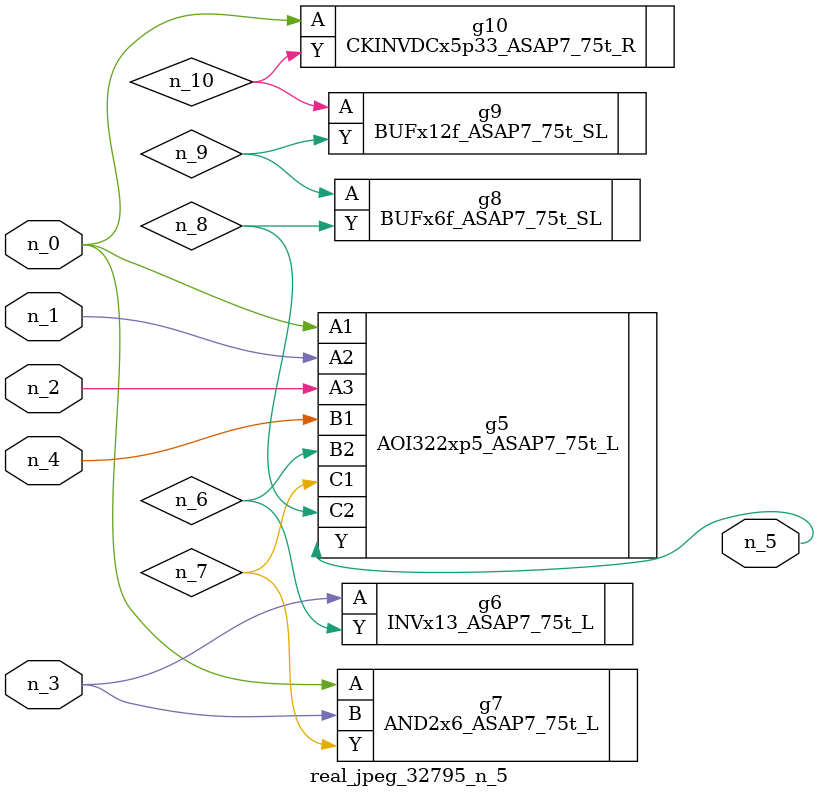
<source format=v>
module real_jpeg_32795_n_5 (n_4, n_0, n_1, n_2, n_3, n_5);

input n_4;
input n_0;
input n_1;
input n_2;
input n_3;

output n_5;

wire n_8;
wire n_6;
wire n_7;
wire n_10;
wire n_9;

AOI322xp5_ASAP7_75t_L g5 ( 
.A1(n_0),
.A2(n_1),
.A3(n_2),
.B1(n_4),
.B2(n_6),
.C1(n_7),
.C2(n_8),
.Y(n_5)
);

AND2x6_ASAP7_75t_L g7 ( 
.A(n_0),
.B(n_3),
.Y(n_7)
);

CKINVDCx5p33_ASAP7_75t_R g10 ( 
.A(n_0),
.Y(n_10)
);

INVx13_ASAP7_75t_L g6 ( 
.A(n_3),
.Y(n_6)
);

BUFx6f_ASAP7_75t_SL g8 ( 
.A(n_9),
.Y(n_8)
);

BUFx12f_ASAP7_75t_SL g9 ( 
.A(n_10),
.Y(n_9)
);


endmodule
</source>
